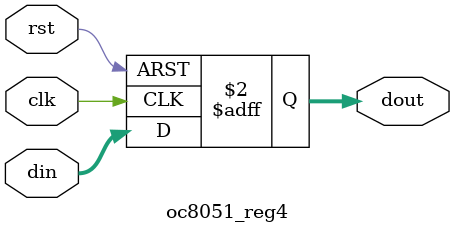
<source format=v>

`include "oc8051_timescale.v"
// synopsys translate_on

module oc8051_reg4 (clk, rst, din, dout);
input [3:0] din; input clk, rst;
output [3:0] dout;
reg [3:0] dout;

always @(posedge clk or posedge rst)
  if (rst) dout <= 4'b0000;
  else dout <= #1 din;

endmodule


</source>
